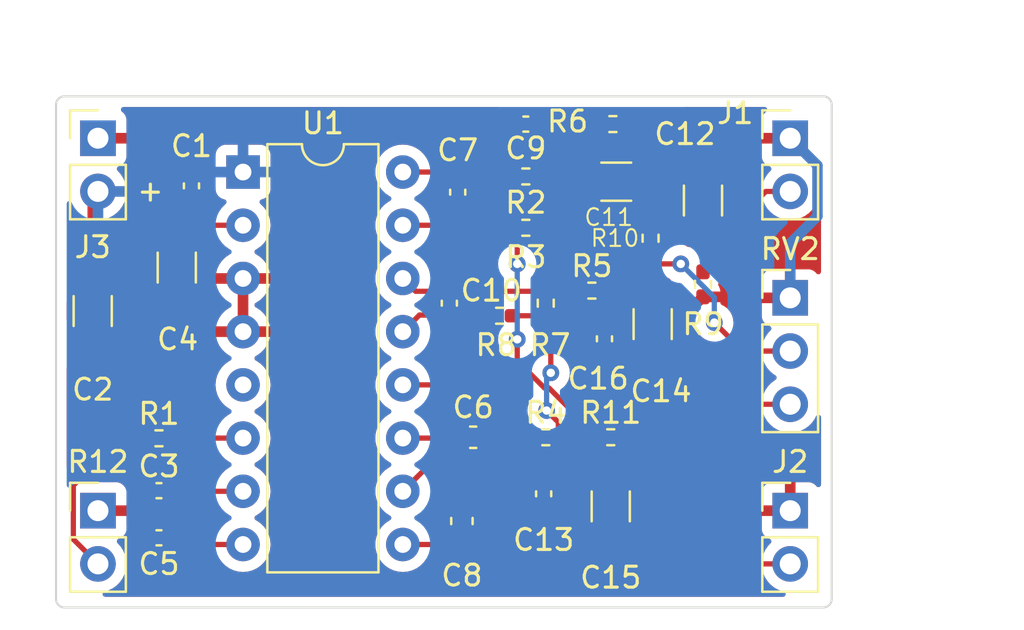
<source format=kicad_pcb>
(kicad_pcb (version 20211014) (generator pcbnew)
  (title_block (title "PT2399delay") (date "2022-08-21") (rev "20220820") (company "Kinoshita Laboratory"))
  (layers (0 "F.Cu" signal) (31 "B.Cu" signal) (34 "B.Paste" user) (35 "F.Paste" user) (36 "B.SilkS" user "B.Silkscreen") (37 "F.SilkS" user "F.Silkscreen") (38 "B.Mask" user) (39 "F.Mask" user) (44 "Edge.Cuts" user))
  (net 0 "")
  (net 1 "GND")
  (net 2 "Net-(C3-Pad2)")
  (net 3 "Net-(C4-Pad2)")
  (net 4 "Net-(C5-Pad2)")
  (net 5 "Net-(C6-Pad1)")
  (net 6 "Net-(C6-Pad2)")
  (net 7 "Net-(C7-Pad1)")
  (net 8 "Net-(C7-Pad2)")
  (net 9 "Net-(C8-Pad1)")
  (net 10 "Net-(C8-Pad2)")
  (net 11 "Net-(C11-Pad2)")
  (net 12 "Net-(C10-Pad1)")
  (net 13 "Net-(C10-Pad2)")
  (net 14 "Net-(C11-Pad1)")
  (net 15 "Net-(C12-Pad1)")
  (net 16 "Net-(C12-Pad2)")
  (net 17 "Net-(C13-Pad2)")
  (net 18 "Net-(C14-Pad1)")
  (net 19 "Net-(C14-Pad2)")
  (net 20 "Net-(C15-Pad1)")
  (net 21 "Net-(C15-Pad2)")
  (net 22 "Net-(R1-Pad1)")
  (net 23 "Net-(R1-Pad2)")
  (net 24 "Net-(R10-Pad1)")
  (net 26 "VCC")
  (footprint "Capacitor_SMD:C_1206_3216Metric_Pad1.33x1.80mm_HandSolder" (layer "F.Cu") (at 79.0625 57 180)
    (fp_text reference "C11" (at 0.3625 -1.7) (layer "F.SilkS") (effects (font (size 0.8 0.8) (thickness 0.1))))
    (fp_text value "4.7u")
    (fp_line (start -0.711252 -0.91) (end 0.711252 -0.91) (layer "F.SilkS") (width 0.12))
    (fp_line (start -0.711252 0.91) (end 0.711252 0.91) (layer "F.SilkS") (width 0.12))
    (pad "1" smd roundrect (at -1.5625 0 180) (size 1.325 1.8) (layers "F.Cu" "F.Paste" "F.Mask") (roundrect_rratio 0.1886792453) (net 14 "Net-(C11-Pad1)"))
    (pad "2" smd roundrect (at 1.5625 0 180) (size 1.325 1.8) (layers "F.Cu" "F.Paste" "F.Mask") (roundrect_rratio 0.1886792453) (net 11 "Net-(C11-Pad2)"))
  )
  (footprint "Capacitor_SMD:C_0402_1005Metric_Pad0.74x0.62mm_HandSolder" (layer "F.Cu") (at 78.5 64.5 -90)
    (fp_text reference "C16" (at 1.9 0.3 180) (layer "F.SilkS"))
    (fp_text value "10n")
    (fp_line (start -0.115835 -0.36) (end 0.115835 -0.36) (layer "F.SilkS") (width 0.12))
    (fp_line (start -0.115835 0.36) (end 0.115835 0.36) (layer "F.SilkS") (width 0.12))
    (pad "1" smd roundrect (at -0.5675 0 270) (size 0.735 0.62) (layers "F.Cu" "F.Paste" "F.Mask") (net 19 "Net-(C14-Pad2)"))
    (pad "2" smd roundrect (at 0.5675 0 270) (size 0.735 0.62) (layers "F.Cu" "F.Paste" "F.Mask") (net 1 "GND"))
  )
  (footprint "Resistor_SMD:R_0402_1005Metric_Pad0.72x0.64mm_HandSolder" (layer "F.Cu") (at 75.7 62.8 -90)
    (fp_text reference "R7" (at 2 -0.2 180) (layer "F.SilkS"))
    (fp_text value "15k")
    (fp_line (start -0.167621 -0.38) (end 0.167621 -0.38) (layer "F.SilkS") (width 0.12))
    (fp_line (start -0.167621 0.38) (end 0.167621 0.38) (layer "F.SilkS") (width 0.12))
    (pad "1" smd roundrect (at -0.5975 0 270) (size 0.715 0.64) (layers "F.Cu" "F.Paste" "F.Mask") (net 13 "Net-(C10-Pad2)"))
    (pad "2" smd roundrect (at 0.5975 0 270) (size 0.715 0.64) (layers "F.Cu" "F.Paste" "F.Mask") (net 17 "Net-(C13-Pad2)"))
  )
  (footprint "Resistor_SMD:R_0402_1005Metric_Pad0.72x0.64mm_HandSolder" (layer "F.Cu") (at 78.9025 54.25)
    (fp_text reference "R6" (at -2.1625 -0.125) (layer "F.SilkS"))
    (fp_text value "15k")
    (fp_line (start -0.167621 0.38) (end 0.167621 0.38) (layer "F.SilkS") (width 0.12))
    (fp_line (start -0.167621 -0.38) (end 0.167621 -0.38) (layer "F.SilkS") (width 0.12))
    (pad "1" smd roundrect (at -0.5975 0) (size 0.715 0.64) (layers "F.Cu" "F.Paste" "F.Mask") (net 11 "Net-(C11-Pad2)"))
    (pad "2" smd roundrect (at 0.5975 0) (size 0.715 0.64) (layers "F.Cu" "F.Paste" "F.Mask") (net 16 "Net-(C12-Pad2)"))
  )
  (footprint "Capacitor_SMD:C_0402_1005Metric_Pad0.74x0.62mm_HandSolder" (layer "F.Cu") (at 71.1 62.8 90)
    (fp_text reference "C10" (at 0.6 2 180) (layer "F.SilkS"))
    (fp_text value "560p")
    (fp_line (start -0.115835 0.36) (end 0.115835 0.36) (layer "F.SilkS") (width 0.12))
    (fp_line (start -0.115835 -0.36) (end 0.115835 -0.36) (layer "F.SilkS") (width 0.12))
    (pad "1" smd roundrect (at -0.5675 0 90) (size 0.735 0.62) (layers "F.Cu" "F.Paste" "F.Mask") (net 12 "Net-(C10-Pad1)"))
    (pad "2" smd roundrect (at 0.5675 0 90) (size 0.735 0.62) (layers "F.Cu" "F.Paste" "F.Mask") (net 13 "Net-(C10-Pad2)"))
  )
  (footprint "Connector_PinHeader_2.54mm:PinHeader_1x03_P2.54mm_Vertical" (layer "F.Cu") (at 87.36 62.545)
    (fp_text reference "RV2" (at 0 -2.33) (layer "F.SilkS"))
    (fp_text value "50k")
    (fp_line (start -1.33 6.41) (end 1.33 6.41) (layer "F.SilkS") (width 0.12))
    (fp_line (start -1.33 1.27) (end 1.33 1.27) (layer "F.SilkS") (width 0.12))
    (fp_line (start -1.33 1.27) (end -1.33 6.41) (layer "F.SilkS") (width 0.12))
    (fp_line (start -1.33 0) (end -1.33 -1.33) (layer "F.SilkS") (width 0.12))
    (fp_line (start -1.33 -1.33) (end 0 -1.33) (layer "F.SilkS") (width 0.12))
    (fp_line (start 1.33 1.27) (end 1.33 6.41) (layer "F.SilkS") (width 0.12))
    (pad "1" thru_hole rect (at 0 0) (size 1.7 1.7) (drill 1) (layers *.Cu *.Mask) (net 1 "GND"))
    (pad "2" thru_hole oval (at 0 2.54) (size 1.7 1.7) (drill 1) (layers *.Cu *.Mask) (net 24 "Net-(R10-Pad1)"))
    (pad "3" thru_hole oval (at 0 5.08) (size 1.7 1.7) (drill 1) (layers *.Cu *.Mask) (net 18 "Net-(C14-Pad1)"))
  )
  (footprint "Connector_PinHeader_2.54mm:PinHeader_1x02_P2.54mm_Vertical" (layer "F.Cu") (at 87.36 72.705)
    (fp_text reference "J2" (at 0 -2.33) (layer "F.SilkS"))
    (fp_text value "Conn_01x02")
    (fp_line (start -1.33 3.87) (end 1.33 3.87) (layer "F.SilkS") (width 0.12))
    (fp_line (start -1.33 1.27) (end 1.33 1.27) (layer "F.SilkS") (width 0.12))
    (fp_line (start 1.33 1.27) (end 1.33 3.87) (layer "F.SilkS") (width 0.12))
    (fp_line (start -1.33 0) (end -1.33 -1.33) (layer "F.SilkS") (width 0.12))
    (fp_line (start -1.33 -1.33) (end 0 -1.33) (layer "F.SilkS") (width 0.12))
    (fp_line (start -1.33 1.27) (end -1.33 3.87) (layer "F.SilkS") (width 0.12))
    (pad "1" thru_hole rect (at 0 0) (size 1.7 1.7) (drill 1) (layers *.Cu *.Mask) (net 1 "GND"))
    (pad "2" thru_hole oval (at 0 2.54) (size 1.7 1.7) (drill 1) (layers *.Cu *.Mask) (net 20 "Net-(C15-Pad1)"))
  )
  (footprint "Capacitor_SMD:C_0402_1005Metric_Pad0.74x0.62mm_HandSolder" (layer "F.Cu") (at 58.8 57.2 90)
    (fp_text reference "C1" (at 1.9 0 180) (layer "F.SilkS"))
    (fp_text value "100n")
    (fp_line (start -0.115835 0.36) (end 0.115835 0.36) (layer "F.SilkS") (width 0.12))
    (fp_line (start -0.115835 -0.36) (end 0.115835 -0.36) (layer "F.SilkS") (width 0.12))
    (pad "1" smd roundrect (at -0.5675 0 90) (size 0.735 0.62) (layers "F.Cu" "F.Paste" "F.Mask") (net 1 "GND"))
    (pad "2" smd roundrect (at 0.5675 0 90) (size 0.735 0.62) (layers "F.Cu" "F.Paste" "F.Mask") (net 26 "VCC"))
  )
  (footprint "Resistor_SMD:R_0402_1005Metric_Pad0.72x0.64mm_HandSolder" (layer "F.Cu") (at 83.2 61.9 90)
    (fp_text reference "R9" (at -1.9 0 180) (layer "F.SilkS"))
    (fp_text value "100k")
    (fp_line (start -0.167621 -0.38) (end 0.167621 -0.38) (layer "F.SilkS") (width 0.12))
    (fp_line (start -0.167621 0.38) (end 0.167621 0.38) (layer "F.SilkS") (width 0.12))
    (pad "1" smd roundrect (at -0.5975 0 90) (size 0.715 0.64) (layers "F.Cu" "F.Paste" "F.Mask") (net 1 "GND"))
    (pad "2" smd roundrect (at 0.5975 0 90) (size 0.715 0.64) (layers "F.Cu" "F.Paste" "F.Mask") (net 15 "Net-(C12-Pad1)"))
  )
  (footprint "Capacitor_SMD:C_1206_3216Metric_Pad1.33x1.80mm_HandSolder" (layer "F.Cu") (at 80.8 63.8 90)
    (fp_text reference "C14" (at -3.2 0.4 180) (layer "F.SilkS"))
    (fp_text value "10u")
    (fp_line (start -0.711252 0.91) (end 0.711252 0.91) (layer "F.SilkS") (width 0.12))
    (fp_line (start -0.711252 -0.91) (end 0.711252 -0.91) (layer "F.SilkS") (width 0.12))
    (pad "1" smd roundrect (at -1.5625 0 90) (size 1.325 1.8) (layers "F.Cu" "F.Paste" "F.Mask") (roundrect_rratio 0.1886792453) (net 18 "Net-(C14-Pad1)"))
    (pad "2" smd roundrect (at 1.5625 0 90) (size 1.325 1.8) (layers "F.Cu" "F.Paste" "F.Mask") (roundrect_rratio 0.1886792453) (net 19 "Net-(C14-Pad2)"))
  )
  (footprint "Resistor_SMD:R_0402_1005Metric_Pad0.72x0.64mm_HandSolder" (layer "F.Cu") (at 78.8 69.2)
    (fp_text reference "R11" (at 0 -1.17) (layer "F.SilkS"))
    (fp_text value "4.7k")
    (fp_line (start -0.167621 -0.38) (end 0.167621 -0.38) (layer "F.SilkS") (width 0.12))
    (fp_line (start -0.167621 0.38) (end 0.167621 0.38) (layer "F.SilkS") (width 0.12))
    (pad "1" smd roundrect (at -0.5975 0) (size 0.715 0.64) (layers "F.Cu" "F.Paste" "F.Mask") (net 7 "Net-(C7-Pad1)"))
    (pad "2" smd roundrect (at 0.5975 0) (size 0.715 0.64) (layers "F.Cu" "F.Paste" "F.Mask") (net 21 "Net-(C15-Pad2)"))
  )
  (footprint "Resistor_SMD:R_0402_1005Metric_Pad0.72x0.64mm_HandSolder" (layer "F.Cu") (at 73.5 63.4)
    (fp_text reference "R8" (at -0.167621 1.4) (layer "F.SilkS"))
    (fp_text value "10k")
    (fp_line (start -0.167621 -0.38) (end 0.167621 -0.38) (layer "F.SilkS") (width 0.12))
    (fp_line (start -0.167621 0.38) (end 0.167621 0.38) (layer "F.SilkS") (width 0.12))
    (pad "1" smd roundrect (at -0.5975 0) (size 0.715 0.64) (layers "F.Cu" "F.Paste" "F.Mask") (net 12 "Net-(C10-Pad1)"))
    (pad "2" smd roundrect (at 0.5975 0) (size 0.715 0.64) (layers "F.Cu" "F.Paste" "F.Mask") (net 17 "Net-(C13-Pad2)"))
  )
  (footprint "Connector_PinHeader_2.54mm:PinHeader_1x02_P2.54mm_Vertical" (layer "F.Cu") (at 87.36 54.925)
    (fp_text reference "J1" (at -2.62 -1.2) (layer "F.SilkS"))
    (fp_text value "Conn_01x02")
    (fp_line (start -1.33 -1.33) (end 0 -1.33) (layer "F.SilkS") (width 0.12))
    (fp_line (start -1.33 1.27) (end 1.33 1.27) (layer "F.SilkS") (width 0.12))
    (fp_line (start -1.33 0) (end -1.33 -1.33) (layer "F.SilkS") (width 0.12))
    (fp_line (start -1.33 1.27) (end -1.33 3.87) (layer "F.SilkS") (width 0.12))
    (fp_line (start -1.33 3.87) (end 1.33 3.87) (layer "F.SilkS") (width 0.12))
    (fp_line (start 1.33 1.27) (end 1.33 3.87) (layer "F.SilkS") (width 0.12))
    (pad "1" thru_hole rect (at 0 0) (size 1.7 1.7) (drill 1) (layers *.Cu *.Mask) (net 1 "GND"))
    (pad "2" thru_hole oval (at 0 2.54) (size 1.7 1.7) (drill 1) (layers *.Cu *.Mask) (net 15 "Net-(C12-Pad1)"))
  )
  (footprint "Capacitor_SMD:C_1206_3216Metric_Pad1.33x1.80mm_HandSolder" (layer "F.Cu") (at 54.09 63.175 -90)
    (fp_text reference "C2" (at 3.75 0 180) (layer "F.SilkS"))
    (fp_text value "100u")
    (fp_line (start -0.711252 0.91) (end 0.711252 0.91) (layer "F.SilkS") (width 0.12))
    (fp_line (start -0.711252 -0.91) (end 0.711252 -0.91) (layer "F.SilkS") (width 0.12))
    (pad "1" smd roundrect (at -1.5625 0 270) (size 1.325 1.8) (layers "F.Cu" "F.Paste" "F.Mask") (roundrect_rratio 0.1886792453) (net 26 "VCC"))
    (pad "2" smd roundrect (at 1.5625 0 270) (size 1.325 1.8) (layers "F.Cu" "F.Paste" "F.Mask") (roundrect_rratio 0.1886792453) (net 1 "GND"))
  )
  (footprint "Capacitor_SMD:C_1206_3216Metric_Pad1.33x1.80mm_HandSolder" (layer "F.Cu") (at 78.8 72.5 90)
    (fp_text reference "C15" (at -3.4 0 180) (layer "F.SilkS"))
    (fp_text value "10u")
    (fp_line (start -0.711252 -0.91) (end 0.711252 -0.91) (layer "F.SilkS") (width 0.12))
    (fp_line (start -0.711252 0.91) (end 0.711252 0.91) (layer "F.SilkS") (width 0.12))
    (pad "1" smd roundrect (at -1.5625 0 90) (size 1.325 1.8) (layers "F.Cu" "F.Paste" "F.Mask") (roundrect_rratio 0.1886792453) (net 20 "Net-(C15-Pad1)"))
    (pad "2" smd roundrect (at 1.5625 0 90) (size 1.325 1.8) (layers "F.Cu" "F.Paste" "F.Mask") (roundrect_rratio 0.1886792453) (net 21 "Net-(C15-Pad2)"))
  )
  (footprint "Package_DIP:DIP-16_W7.62mm" (layer "F.Cu") (at 61.26 56.54)
    (fp_text reference "U1" (at 3.81 -2.33) (layer "F.SilkS"))
    (fp_text value "PT2399")
    (fp_line (start 6.46 19.11) (end 6.46 -1.33) (layer "F.SilkS") (width 0.12))
    (fp_line (start 1.16 19.11) (end 6.46 19.11) (layer "F.SilkS") (width 0.12))
    (fp_line (start 6.46 -1.33) (end 4.81 -1.33) (layer "F.SilkS") (width 0.12))
    (fp_line (start 2.81 -1.33) (end 1.16 -1.33) (layer "F.SilkS") (width 0.12))
    (fp_line (start 1.16 -1.33) (end 1.16 19.11) (layer "F.SilkS") (width 0.12))
    (fp_arc (start 4.81 -1.33) (mid 3.81 -0.33) (end 2.81 -1.33) (layer "F.SilkS") (width 0.12))
    (pad "1" thru_hole rect (at 0 0) (size 1.6 1.6) (drill 0.8) (layers *.Cu *.Mask) (net 26 "VCC"))
    (pad "2" thru_hole oval (at 0 2.54) (size 1.6 1.6) (drill 0.8) (layers *.Cu *.Mask) (net 3 "Net-(C4-Pad2)"))
    (pad "3" thru_hole oval (at 0 5.08) (size 1.6 1.6) (drill 0.8) (layers *.Cu *.Mask) (net 1 "GND"))
    (pad "4" thru_hole oval (at 0 7.62) (size 1.6 1.6) (drill 0.8) (layers *.Cu *.Mask) (net 1 "GND"))
    (pad "5" thru_hole oval (at 0 10.16) (size 1.6 1.6) (drill 0.8) (layers *.Cu *.Mask))
    (pad "6" thru_hole oval (at 0 12.7) (size 1.6 1.6) (drill 0.8) (layers *.Cu *.Mask) (net 23 "Net-(R1-Pad2)"))
    (pad "7" thru_hole oval (at 0 15.24) (size 1.6 1.6) (drill 0.8) (layers *.Cu *.Mask) (net 2 "Net-(C3-Pad2)"))
    (pad "8" thru_hole oval (at 0 17.78) (size 1.6 1.6) (drill 0.8) (layers *.Cu *.Mask) (net 4 "Net-(C5-Pad2)"))
    (pad "9" thru_hole oval (at 7.62 17.78) (size 1.6 1.6) (drill 0.8) (layers *.Cu *.Mask) (net 9 "Net-(C8-Pad1)"))
    (pad "10" thru_hole oval (at 7.62 15.24) (size 1.6 1.6) (drill 0.8) (layers *.Cu *.Mask) (net 10 "Net-(C8-Pad2)"))
    (pad "11" thru_hole oval (at 7.62 12.7) (size 1.6 1.6) (drill 0.8) (layers *.Cu *.Mask) (net 5 "Net-(C6-Pad1)"))
    (pad "12" thru_hole oval (at 7.62 10.16) (size 1.6 1.6) (drill 0.8) (layers *.Cu *.Mask) (net 6 "Net-(C6-Pad2)"))
    (pad "13" thru_hole oval (at 7.62 7.62) (size 1.6 1.6) (drill 0.8) (layers *.Cu *.Mask) (net 12 "Net-(C10-Pad1)"))
    (pad "14" thru_hole oval (at 7.62 5.08) (size 1.6 1.6) (drill 0.8) (layers *.Cu *.Mask) (net 13 "Net-(C10-Pad2)"))
    (pad "15" thru_hole oval (at 7.62 2.54) (size 1.6 1.6) (drill 0.8) (layers *.Cu *.Mask) (net 7 "Net-(C7-Pad1)"))
    (pad "16" thru_hole oval (at 7.62 0) (size 1.6 1.6) (drill 0.8) (layers *.Cu *.Mask) (net 8 "Net-(C7-Pad2)"))
  )
  (footprint "Connector_PinHeader_2.54mm:PinHeader_1x02_P2.54mm_Vertical" (layer "F.Cu") (at 54.34 54.925)
    (fp_text reference "J3" (at -0.25 5.2) (layer "F.SilkS"))
    (fp_text value "Conn_01x02")
    (fp_line (start -1.33 3.87) (end 1.33 3.87) (layer "F.SilkS") (width 0.12))
    (fp_line (start -1.33 1.27) (end -1.33 3.87) (layer "F.SilkS") (width 0.12))
    (fp_line (start -1.33 1.27) (end 1.33 1.27) (layer "F.SilkS") (width 0.12))
    (fp_line (start 1.33 1.27) (end 1.33 3.87) (layer "F.SilkS") (width 0.12))
    (fp_line (start -1.33 0) (end -1.33 -1.33) (layer "F.SilkS") (width 0.12))
    (fp_line (start -1.33 -1.33) (end 0 -1.33) (layer "F.SilkS") (width 0.12))
    (pad "1" thru_hole rect (at 0 0) (size 1.7 1.7) (drill 1) (layers *.Cu *.Mask) (net 1 "GND"))
    (pad "2" thru_hole oval (at 0 2.54) (size 1.7 1.7) (drill 1) (layers *.Cu *.Mask) (net 26 "VCC"))
  )
  (footprint "Capacitor_SMD:C_1206_3216Metric_Pad1.33x1.80mm_HandSolder" (layer "F.Cu") (at 58.1 61.1 90)
    (fp_text reference "C4" (at -3.425 0.04 180) (layer "F.SilkS"))
    (fp_text value "47u")
    (fp_line (start -0.711252 -0.91) (end 0.711252 -0.91) (layer "F.SilkS") (width 0.12))
    (fp_line (start -0.711252 0.91) (end 0.711252 0.91) (layer "F.SilkS") (width 0.12))
    (pad "1" smd roundrect (at -1.5625 0 90) (size 1.325 1.8) (layers "F.Cu" "F.Paste" "F.Mask") (roundrect_rratio 0.1886792453) (net 1 "GND"))
    (pad "2" smd roundrect (at 1.5625 0 90) (size 1.325 1.8) (layers "F.Cu" "F.Paste" "F.Mask") (roundrect_rratio 0.1886792453) (net 3 "Net-(C4-Pad2)"))
  )
  (footprint "Resistor_SMD:R_0402_1005Metric_Pad0.72x0.64mm_HandSolder" (layer "F.Cu") (at 77.9 62.2)
    (fp_text reference "R5" (at 0 -1.17) (layer "F.SilkS"))
    (fp_text value "5.6k")
    (fp_line (start -0.167621 -0.38) (end 0.167621 -0.38) (layer "F.SilkS") (width 0.12))
    (fp_line (start -0.167621 0.38) (end 0.167621 0.38) (layer "F.SilkS") (width 0.12))
    (pad "1" smd roundrect (at -0.5975 0) (size 0.715 0.64) (layers "F.Cu" "F.Paste" "F.Mask") (net 13 "Net-(C10-Pad2)"))
    (pad "2" smd roundrect (at 0.5975 0) (size 0.715 0.64) (layers "F.Cu" "F.Paste" "F.Mask") (net 19 "Net-(C14-Pad2)"))
  )
  (footprint "Resistor_SMD:R_0402_1005Metric_Pad0.72x0.64mm_HandSolder" (layer "F.Cu") (at 75.7025 69.2)
    (fp_text reference "R4" (at 0 -1.17) (layer "F.SilkS"))
    (fp_text value "10k")
    (fp_line (start -0.167621 0.38) (end 0.167621 0.38) (layer "F.SilkS") (width 0.12))
    (fp_line (start -0.167621 -0.38) (end 0.167621 -0.38) (layer "F.SilkS") (width 0.12))
    (pad "1" smd roundrect (at -0.5975 0) (size 0.715 0.64) (layers "F.Cu" "F.Paste" "F.Mask") (net 6 "Net-(C6-Pad2)"))
    (pad "2" smd roundrect (at 0.5975 0) (size 0.715 0.64) (layers "F.Cu" "F.Paste" "F.Mask") (net 17 "Net-(C13-Pad2)"))
  )
  (footprint "Capacitor_SMD:C_0603_1608Metric_Pad1.08x0.95mm_HandSolder" (layer "F.Cu") (at 71.7 73.2 90)
    (fp_text reference "C8" (at -2.6 0 180) (layer "F.SilkS"))
    (fp_text value "82n")
    (fp_line (start -0.146267 -0.51) (end 0.146267 -0.51) (layer "F.SilkS") (width 0.12))
    (fp_line (start -0.146267 0.51) (end 0.146267 0.51) (layer "F.SilkS") (width 0.12))
    (pad "1" smd roundrect (at -0.8625 0 90) (size 1.075 0.95) (layers "F.Cu" "F.Paste" "F.Mask") (net 9 "Net-(C8-Pad1)"))
    (pad "2" smd roundrect (at 0.8625 0 90) (size 1.075 0.95) (layers "F.Cu" "F.Paste" "F.Mask") (net 10 "Net-(C8-Pad2)"))
  )
  (footprint "Capacitor_SMD:C_0402_1005Metric_Pad0.74x0.62mm_HandSolder" (layer "F.Cu") (at 75.6 71.9 90)
    (fp_text reference "C13" (at -2.2 0 180) (layer "F.SilkS"))
    (fp_text value "3.3n")
    (fp_line (start -0.115835 0.36) (end 0.115835 0.36) (layer "F.SilkS") (width 0.12))
    (fp_line (start -0.115835 -0.36) (end 0.115835 -0.36) (layer "F.SilkS") (width 0.12))
    (pad "1" smd roundrect (at -0.5675 0 90) (size 0.735 0.62) (layers "F.Cu" "F.Paste" "F.Mask") (net 1 "GND"))
    (pad "2" smd roundrect (at 0.5675 0 90) (size 0.735 0.62) (layers "F.Cu" "F.Paste" "F.Mask") (net 17 "Net-(C13-Pad2)"))
  )
  (footprint "Resistor_SMD:R_0402_1005Metric_Pad0.72x0.64mm_HandSolder" (layer "F.Cu") (at 74.75 59.2)
    (fp_text reference "R3" (at 0 1.4) (layer "F.SilkS"))
    (fp_text value "10k")
    (fp_line (start -0.167621 0.38) (end 0.167621 0.38) (layer "F.SilkS") (width 0.12))
    (fp_line (start -0.167621 -0.38) (end 0.167621 -0.38) (layer "F.SilkS") (width 0.12))
    (pad "1" smd roundrect (at -0.5975 0) (size 0.715 0.64) (layers "F.Cu" "F.Paste" "F.Mask") (net 7 "Net-(C7-Pad1)"))
    (pad "2" smd roundrect (at 0.5975 0) (size 0.715 0.64) (layers "F.Cu" "F.Paste" "F.Mask") (net 11 "Net-(C11-Pad2)"))
  )
  (footprint "Capacitor_SMD:C_0603_1608Metric_Pad1.08x0.95mm_HandSolder" (layer "F.Cu") (at 72.2375 69.2)
    (fp_text reference "C6" (at 0 -1.43) (layer "F.SilkS"))
    (fp_text value "82n")
    (fp_line (start -0.146267 0.51) (end 0.146267 0.51) (layer "F.SilkS") (width 0.12))
    (fp_line (start -0.146267 -0.51) (end 0.146267 -0.51) (layer "F.SilkS") (width 0.12))
    (pad "1" smd roundrect (at -0.8625 0) (size 1.075 0.95) (layers "F.Cu" "F.Paste" "F.Mask") (net 5 "Net-(C6-Pad1)"))
    (pad "2" smd roundrect (at 0.8625 0) (size 1.075 0.95) (layers "F.Cu" "F.Paste" "F.Mask") (net 6 "Net-(C6-Pad2)"))
  )
  (footprint "Connector_PinHeader_2.54mm:PinHeader_1x02_P2.54mm_Vertical" (layer "F.Cu") (at 54.34 72.705)
    (fp_text reference "R12" (at 0 -2.33) (layer "F.SilkS"))
    (fp_text value "50k")
    (fp_line (start -1.33 1.27) (end -1.33 3.87) (layer "F.SilkS") (width 0.12))
    (fp_line (start -1.33 0) (end -1.33 -1.33) (layer "F.SilkS") (width 0.12))
    (fp_line (start 1.33 1.27) (end 1.33 3.87) (layer "F.SilkS") (width 0.12))
    (fp_line (start -1.33 3.87) (end 1.33 3.87) (layer "F.SilkS") (width 0.12))
    (fp_line (start -1.33 1.27) (end 1.33 1.27) (layer "F.SilkS") (width 0.12))
    (fp_line (start -1.33 -1.33) (end 0 -1.33) (layer "F.SilkS") (width 0.12))
    (pad "1" thru_hole rect (at 0 0) (size 1.7 1.7) (drill 1) (layers *.Cu *.Mask) (net 1 "GND"))
    (pad "2" thru_hole oval (at 0 2.54) (size 1.7 1.7) (drill 1) (layers *.Cu *.Mask) (net 22 "Net-(R1-Pad1)"))
  )
  (footprint "Resistor_SMD:R_0402_1005Metric_Pad0.72x0.64mm_HandSolder" (layer "F.Cu") (at 74.75 56.75)
    (fp_text reference "R2" (at 0 1.25) (layer "F.SilkS"))
    (fp_text value "10k")
    (fp_line (start -0.167621 0.38) (end 0.167621 0.38) (layer "F.SilkS") (width 0.12))
    (fp_line (start -0.167621 -0.38) (end 0.167621 -0.38) (layer "F.SilkS") (width 0.12))
    (pad "1" smd roundrect (at -0.5975 0) (size 0.715 0.64) (layers "F.Cu" "F.Paste" "F.Mask") (net 8 "Net-(C7-Pad2)"))
    (pad "2" smd roundrect (at 0.5975 0) (size 0.715 0.64) (layers "F.Cu" "F.Paste" "F.Mask") (net 11 "Net-(C11-Pad2)"))
  )
  (footprint "Resistor_SMD:R_0402_1005Metric_Pad0.72x0.64mm_HandSolder" (layer "F.Cu") (at 80.7 59.7 90)
    (fp_text reference "R10" (at 0 -1.7 180) (layer "F.SilkS") (effects (font (size 0.8 0.8) (thickness 0.1))))
    (fp_text value "10k")
    (fp_line (start -0.167621 0.38) (end 0.167621 0.38) (layer "F.SilkS") (width 0.12))
    (fp_line (start -0.167621 -0.38) (end 0.167621 -0.38) (layer "F.SilkS") (width 0.12))
    (pad "1" smd roundrect (at -0.5975 0 90) (size 0.715 0.64) (layers "F.Cu" "F.Paste" "F.Mask") (net 24 "Net-(R10-Pad1)"))
    (pad "2" smd roundrect (at 0.5975 0 90) (size 0.715 0.64) (layers "F.Cu" "F.Paste" "F.Mask") (net 14 "Net-(C11-Pad1)"))
  )
  (footprint "Capacitor_SMD:C_0402_1005Metric_Pad0.74x0.62mm_HandSolder" (layer "F.Cu") (at 74.75 54.25 180)
    (fp_text reference "C9" (at 0 -1.16) (layer "F.SilkS"))
    (fp_text value "3.9n")
    (fp_line (start -0.115835 -0.36) (end 0.115835 -0.36) (layer "F.SilkS") (width 0.12))
    (fp_line (start -0.115835 0.36) (end 0.115835 0.36) (layer "F.SilkS") (width 0.12))
    (pad "1" smd roundrect (at -0.5675 0 180) (size 0.735 0.62) (layers "F.Cu" "F.Paste" "F.Mask") (net 11 "Net-(C11-Pad2)"))
    (pad "2" smd roundrect (at 0.5675 0 180) (size 0.735 0.62) (layers "F.Cu" "F.Paste" "F.Mask") (net 1 "GND"))
  )
  (footprint "Capacitor_SMD:C_0402_1005Metric_Pad0.74x0.62mm_HandSolder" (layer "F.Cu") (at 71.5 57.5 90)
    (fp_text reference "C7" (at 2 0 180) (layer "F.SilkS"))
    (fp_text value "560p")
    (fp_line (start -0.115835 0.36) (end 0.115835 0.36) (layer "F.SilkS") (width 0.12))
    (fp_line (start -0.115835 -0.36) (end 0.115835 -0.36) (layer "F.SilkS") (width 0.12))
    (pad "1" smd roundrect (at -0.5675 0 90) (size 0.735 0.62) (layers "F.Cu" "F.Paste" "F.Mask") (net 7 "Net-(C7-Pad1)"))
    (pad "2" smd roundrect (at 0.5675 0 90) (size 0.735 0.62) (layers "F.Cu" "F.Paste" "F.Mask") (net 8 "Net-(C7-Pad2)"))
  )
  (footprint "Capacitor_SMD:C_0402_1005Metric_Pad0.74x0.62mm_HandSolder" (layer "F.Cu") (at 57.25 74)
    (fp_text reference "C5" (at 0 1.25) (layer "F.SilkS"))
    (fp_text value "100n")
    (fp_line (start -0.115835 0.36) (end 0.115835 0.36) (layer "F.SilkS") (width 0.12))
    (fp_line (start -0.115835 -0.36) (end 0.115835 -0.36) (layer "F.SilkS") (width 0.12))
    (pad "1" smd roundrect (at -0.5675 0) (size 0.735 0.62) (layers "F.Cu" "F.Paste" "F.Mask") (net 1 "GND"))
    (pad "2" smd roundrect (at 0.5675 0) (size 0.735 0.62) (layers "F.Cu" "F.Paste" "F.Mask") (net 4 "Net-(C5-Pad2)"))
  )
  (footprint "Capacitor_SMD:C_0402_1005Metric_Pad0.74x0.62mm_HandSolder" (layer "F.Cu") (at 57.25 71.75)
    (fp_text reference "C3" (at 0 -1.16) (layer "F.SilkS"))
    (fp_text value "100n")
    (fp_line (start -0.115835 0.36) (end 0.115835 0.36) (layer "F.SilkS") (width 0.12))
    (fp_line (start -0.115835 -0.36) (end 0.115835 -0.36) (layer "F.SilkS") (width 0.12))
    (pad "1" smd roundrect (at -0.5675 0) (size 0.735 0.62) (layers "F.Cu" "F.Paste" "F.Mask") (net 1 "GND"))
    (pad "2" smd roundrect (at 0.5675 0) (size 0.735 0.62) (layers "F.Cu" "F.Paste" "F.Mask") (net 2 "Net-(C3-Pad2)"))
  )
  (footprint "Capacitor_SMD:C_1206_3216Metric_Pad1.33x1.80mm_HandSolder" (layer "F.Cu") (at 83.2 57.9 90)
    (fp_text reference "C12" (at 3.175 -0.86 180) (layer "F.SilkS"))
    (fp_text value "4.7u")
    (fp_line (start -0.711252 -0.91) (end 0.711252 -0.91) (layer "F.SilkS") (width 0.12))
    (fp_line (start -0.711252 0.91) (end 0.711252 0.91) (layer "F.SilkS") (width 0.12))
    (pad "1" smd roundrect (at -1.5625 0 90) (size 1.325 1.8) (layers "F.Cu" "F.Paste" "F.Mask") (roundrect_rratio 0.1886792453) (net 15 "Net-(C12-Pad1)"))
    (pad "2" smd roundrect (at 1.5625 0 90) (size 1.325 1.8) (layers "F.Cu" "F.Paste" "F.Mask") (roundrect_rratio 0.1886792453) (net 16 "Net-(C12-Pad2)"))
  )
  (footprint "Resistor_SMD:R_0402_1005Metric_Pad0.72x0.64mm_HandSolder" (layer "F.Cu") (at 57.25 69.25)
    (fp_text reference "R1" (at 0 -1.17) (layer "F.SilkS"))
    (fp_text value "1k")
    (fp_line (start -0.167621 -0.38) (end 0.167621 -0.38) (layer "F.SilkS") (width 0.12))
    (fp_line (start -0.167621 0.38) (end 0.167621 0.38) (layer "F.SilkS") (width 0.12))
    (pad "1" smd roundrect (at -0.5975 0) (size 0.715 0.64) (layers "F.Cu" "F.Paste" "F.Mask") (net 22 "Net-(R1-Pad1)"))
    (pad "2" smd roundrect (at 0.5975 0) (size 0.715 0.64) (layers "F.Cu" "F.Paste" "F.Mask") (net 23 "Net-(R1-Pad2)"))
  )
  (gr_line (start 88.94 77.325) (end 64.74 77.325) (layer "Edge.Cuts") (width 0.1))
  (gr_line (start 64.74 77.325) (end 52.74 77.325) (layer "Edge.Cuts") (width 0.1))
  (gr_line (start 52.74 52.925) (end 88.94 52.925) (layer "Edge.Cuts") (width 0.1))
  (gr_arc (start 52.34 53.325) (mid 52.457157 53.042157) (end 52.74 52.925) (layer "Edge.Cuts") (width 0.1))
  (gr_arc (start 89.34 76.925) (mid 89.222843 77.207843) (end 88.94 77.325) (layer "Edge.Cuts") (width 0.1))
  (gr_arc (start 88.94 52.925) (mid 89.222843 53.042157) (end 89.34 53.325) (layer "Edge.Cuts") (width 0.1))
  (gr_arc (start 52.74 77.325) (mid 52.457157 77.207843) (end 52.34 76.925) (layer "Edge.Cuts") (width 0.1))
  (gr_line (start 52.34 76.925) (end 52.34 53.325) (layer "Edge.Cuts") (width 0.1))
  (gr_line (start 89.34 53.325) (end 89.34 76.925) (layer "Edge.Cuts") (width 0.1))
  (gr_text "+" (at 56.84 57.425) (layer "F.SilkS") (effects (font (size 1 1))))
  (segment (start 82.34798 63.34952) (end 83.2 62.4975) (width 0.5) (layer "F.Cu") (net 1))
  (segment (start 78.58742 65.0675) (end 80.3054 63.34952) (width 0.5) (layer "F.Cu") (net 1))
  (segment (start 80.3054 63.34952) (end 82.34798 63.34952) (width 0.5) (layer "F.Cu") (net 1))
  (segment (start 78.5 65.0675) (end 78.58742 65.0675) (width 0.5) (layer "F.Cu") (net 1))
  (segment (start 87.36 59.945) (end 88.659511 58.645489) (width 0.5) (layer "B.Cu") (net 1))
  (segment (start 88.659511 58.645489) (end 88.659511 56.224511) (width 0.5) (layer "B.Cu") (net 1))
  (segment (start 87.36 62.545) (end 87.36 59.945) (width 0.5) (layer "B.Cu") (net 1))
  (segment (start 88.659511 56.224511) (end 87.36 54.925) (width 0.5) (layer "B.Cu") (net 1))
  (segment (start 57.8475 71.78) (end 61.26 71.78) (width 0.25) (layer "F.Cu") (net 2))
  (segment (start 57.8175 71.75) (end 57.8475 71.78) (width 0.25) (layer "F.Cu") (net 2))
  (segment (start 58.5575 59.08) (end 58.1 59.5375) (width 0.25) (layer "F.Cu") (net 3))
  (segment (start 61.26 59.08) (end 58.5575 59.08) (width 0.25) (layer "F.Cu") (net 3))
  (segment (start 58.1375 74.32) (end 61.26 74.32) (width 0.25) (layer "F.Cu") (net 4))
  (segment (start 57.8175 74) (end 58.1375 74.32) (width 0.25) (layer "F.Cu") (net 4))
  (segment (start 71.375 69.2) (end 71.335 69.24) (width 0.25) (layer "F.Cu") (net 5))
  (segment (start 71.335 69.24) (end 68.88 69.24) (width 0.25) (layer "F.Cu") (net 5))
  (segment (start 73.1 69.2) (end 75.105 69.2) (width 0.25) (layer "F.Cu") (net 6))
  (segment (start 73.1 68.285) (end 73.1 69.2) (width 0.25) (layer "F.Cu") (net 6))
  (segment (start 68.88 66.7) (end 71.515 66.7) (width 0.25) (layer "F.Cu") (net 6))
  (segment (start 71.515 66.7) (end 73.1 68.285) (width 0.25) (layer "F.Cu") (net 6))
  (segment (start 75.639901 66.849501) (end 74.34 65.5496) (width 0.25) (layer "F.Cu") (net 7))
  (segment (start 75.852001 66.849501) (end 75.639901 66.849501) (width 0.25) (layer "F.Cu") (net 7))
  (segment (start 68.88 59.08) (end 70.4875 59.08) (width 0.25) (layer "F.Cu") (net 7))
  (segment (start 73.215 59.2) (end 72.0825 58.0675) (width 0.25) (layer "F.Cu") (net 7))
  (segment (start 74.1525 59.2) (end 73.215 59.2) (width 0.25) (layer "F.Cu") (net 7))
  (segment (start 74.34 59.3875) (end 74.1525 59.2) (width 0.25) (layer "F.Cu") (net 7))
  (segment (start 74.34 65.5496) (end 74.34 64.525) (width 0.25) (layer "F.Cu") (net 7))
  (segment (start 72.0825 58.0675) (end 71.5 58.0675) (width 0.25) (layer "F.Cu") (net 7))
  (segment (start 78.2025 69.2) (end 75.852001 66.849501) (width 0.25) (layer "F.Cu") (net 7))
  (segment (start 70.4875 59.08) (end 71.5 58.0675) (width 0.25) (layer "F.Cu") (net 7))
  (segment (start 74.34 60.925) (end 74.34 59.3875) (width 0.25) (layer "F.Cu") (net 7))
  (via (at 74.34 60.925) (size 0.8) (drill 0.4) (layers "F.Cu" "B.Cu") (net 7))
  (via (at 74.34 64.525) (size 0.8) (drill 0.4) (layers "F.Cu" "B.Cu") (net 7))
  (segment (start 74.34 64.525) (end 74.34 60.925) (width 0.25) (layer "B.Cu") (net 7))
  (segment (start 73.315 56.75) (end 73.14 56.925) (width 0.25) (layer "F.Cu") (net 8))
  (segment (start 73.14 56.925) (end 71.5075 56.925) (width 0.25) (layer "F.Cu") (net 8))
  (segment (start 71.1075 56.54) (end 71.5 56.9325) (width 0.25) (layer "F.Cu") (net 8))
  (segment (start 71.5075 56.925) (end 71.5 56.9325) (width 0.25) (layer "F.Cu") (net 8))
  (segment (start 68.88 56.54) (end 71.1075 56.54) (width 0.25) (layer "F.Cu") (net 8))
  (segment (start 74.1525 56.75) (end 73.315 56.75) (width 0.25) (layer "F.Cu") (net 8))
  (segment (start 71.7 74.0625) (end 71.4425 74.32) (width 0.25) (layer "F.Cu") (net 9))
  (segment (start 71.4425 74.32) (end 68.88 74.32) (width 0.25) (layer "F.Cu") (net 9))
  (segment (start 71.7 72.3375) (end 71.7 71.685) (width 0.25) (layer "F.Cu") (net 10))
  (segment (start 71.7 71.685) (end 70.74 70.725) (width 0.25) (layer "F.Cu") (net 10))
  (segment (start 69.935 70.725) (end 68.88 71.78) (width 0.25) (layer "F.Cu") (net 10))
  (segment (start 70.74 70.725) (end 69.935 70.725) (width 0.25) (layer "F.Cu") (net 10))
  (segment (start 75.3175 54.25) (end 75.3175 56.72) (width 0.25) (layer "F.Cu") (net 11))
  (segment (start 77.5 54.365) (end 77.5 57) (width 0.25) (layer "F.Cu") (net 11))
  (segment (start 75.3475 56.75) (end 75.3475 59.2) (width 0.25) (layer "F.Cu") (net 11))
  (segment (start 75.3475 56.75) (end 77.25 56.75) (width 0.25) (layer "F.Cu") (net 11))
  (segment (start 78.305 54.25) (end 77.615 54.25) (width 0.25) (layer "F.Cu") (net 11))
  (segment (start 77.615 54.25) (end 77.5 54.365) (width 0.25) (layer "F.Cu") (net 11))
  (segment (start 75.3175 56.72) (end 75.3475 56.75) (width 0.25) (layer "F.Cu") (net 11))
  (segment (start 77.25 56.75) (end 77.5 57) (width 0.25) (layer "F.Cu") (net 11))
  (segment (start 72.87 63.3675) (end 72.9025 63.4) (width 0.25) (layer "F.Cu") (net 12))
  (segment (start 71.1 63.3675) (end 69.6725 63.3675) (width 0.25) (layer "F.Cu") (net 12))
  (segment (start 71.1 63.3675) (end 72.87 63.3675) (width 0.25) (layer "F.Cu") (net 12))
  (segment (start 69.6725 63.3675) (end 68.88 64.16) (width 0.25) (layer "F.Cu") (net 12))
  (segment (start 75.7 62.2025) (end 77.3 62.2025) (width 0.25) (layer "F.Cu") (net 13))
  (segment (start 75.67 62.2325) (end 75.7 62.2025) (width 0.25) (layer "F.Cu") (net 13))
  (segment (start 71.1 62.2325) (end 69.4925 62.2325) (width 0.25) (layer "F.Cu") (net 13))
  (segment (start 77.3 62.2025) (end 77.3025 62.2) (width 0.25) (layer "F.Cu") (net 13))
  (segment (start 69.4925 62.2325) (end 68.88 61.62) (width 0.25) (layer "F.Cu") (net 13))
  (segment (start 71.1 62.2325) (end 75.67 62.2325) (width 0.25) (layer "F.Cu") (net 13))
  (segment (start 80.7 57.075) (end 80.625 57) (width 0.25) (layer "F.Cu") (net 14))
  (segment (start 80.7 59.1025) (end 80.7 57.075) (width 0.25) (layer "F.Cu") (net 14))
  (segment (start 83.2 59.4625) (end 83.2 61.3025) (width 0.25) (layer "F.Cu") (net 15))
  (segment (start 84.2025 59.4625) (end 86.2 57.465) (width 0.25) (layer "F.Cu") (net 15))
  (segment (start 86.2 57.465) (end 87.36 57.465) (width 0.25) (layer "F.Cu") (net 15))
  (segment (start 83.2 59.4625) (end 84.2025 59.4625) (width 0.25) (layer "F.Cu") (net 15))
  (segment (start 82.065 54.25) (end 83.2 55.385) (width 0.25) (layer "F.Cu") (net 16))
  (segment (start 79.5 54.25) (end 82.065 54.25) (width 0.25) (layer "F.Cu") (net 16))
  (segment (start 83.2 55.385) (end 83.2 56.3375) (width 0.25) (layer "F.Cu") (net 16))
  (segment (start 74.0975 63.4) (end 75.6975 63.4) (width 0.25) (layer "F.Cu") (net 17))
  (segment (start 76.3 69.2) (end 76.3 68.485) (width 0.25) (layer "F.Cu") (net 17))
  (segment (start 75.6975 63.4) (end 75.7 63.3975) (width 0.25) (layer "F.Cu") (net 17))
  (segment (start 75.94 66.125) (end 75.94 63.6375) (width 0.25) (layer "F.Cu") (net 17))
  (segment (start 75.94 63.6375) (end 75.7 63.3975) (width 0.25) (layer "F.Cu") (net 17))
  (segment (start 76.34 70.325) (end 76.34 69.24) (width 0.25) (layer "F.Cu") (net 17))
  (segment (start 76.34 69.24) (end 76.3 69.2) (width 0.25) (layer "F.Cu") (net 17))
  (segment (start 75.6 71.065) (end 76.34 70.325) (width 0.25) (layer "F.Cu") (net 17))
  (segment (start 75.6 71.3325) (end 75.6 71.065) (width 0.25) (layer "F.Cu") (net 17))
  (segment (start 76.3 68.485) (end 75.74 67.925) (width 0.25) (layer "F.Cu") (net 17))
  (via (at 75.94 66.125) (size 0.8) (drill 0.4) (layers "F.Cu" "B.Cu") (net 17))
  (via (at 75.74 67.925) (size 0.8) (drill 0.4) (layers "F.Cu" "B.Cu") (net 17))
  (segment (start 75.74 66.325) (end 75.94 66.125) (width 0.25) (layer "B.Cu") (net 17))
  (segment (start 75.74 67.925) (end 75.74 66.325) (width 0.25) (layer "B.Cu") (net 17))
  (segment (start 80.8 65.3625) (end 83.0625 67.625) (width 0.25) (layer "F.Cu") (net 18))
  (segment (start 83.0625 67.625) (end 87.36 67.625) (width 0.25) (layer "F.Cu") (net 18))
  (segment (start 78.5 63.9325) (end 78.5 62.2025) (width 0.25) (layer "F.Cu") (net 19))
  (segment (start 78.4975 62.2) (end 80.7625 62.2) (width 0.25) (layer "F.Cu") (net 19))
  (segment (start 80.7625 62.2) (end 80.8 62.2375) (width 0.25) (layer "F.Cu") (net 19))
  (segment (start 78.5 62.2025) (end 78.4975 62.2) (width 0.25) (layer "F.Cu") (net 19))
  (segment (start 83.34 73.725) (end 79.1375 73.725) (width 0.25) (layer "F.Cu") (net 20))
  (segment (start 87.36 75.245) (end 84.86 75.245) (width 0.25) (layer "F.Cu") (net 20))
  (segment (start 79.1375 73.725) (end 78.8 74.0625) (width 0.25) (layer "F.Cu") (net 20))
  (segment (start 84.86 75.245) (end 83.34 73.725) (width 0.25) (layer "F.Cu") (net 20))
  (segment (start 78.8 69.7975) (end 79.3975 69.2) (width 0.25) (layer "F.Cu") (net 21))
  (segment (start 78.8 70.9375) (end 78.8 69.7975) (width 0.25) (layer "F.Cu") (net 21))
  (segment (start 55.415 69.25) (end 56.6525 69.25) (width 0.25) (layer "F.Cu") (net 22))
  (segment (start 54.34 75.245) (end 53.165489 74.070489) (width 0.25) (layer "F.Cu") (net 22))
  (segment (start 53.165489 74.070489) (end 53.165489 71.499511) (width 0.25) (layer "F.Cu") (net 22))
  (segment (start 53.165489 71.499511) (end 55.415 69.25) (width 0.25) (layer "F.Cu") (net 22))
  (segment (start 57.8475 69.25) (end 57.8575 69.24) (width 0.25) (layer "F.Cu") (net 23))
  (segment (start 57.8575 69.24) (end 61.26 69.24) (width 0.25) (layer "F.Cu") (net 23))
  (segment (start 80.7 60.2975) (end 80.5675 60.2975) (width 0.25) (layer "F.Cu") (net 24))
  (segment (start 83.74 63.725) (end 85.1 65.085) (width 0.25) (layer "F.Cu") (net 24))
  (segment (start 81.195 60.925) (end 82.14 60.925) (width 0.25) (layer "F.Cu") (net 24))
  (segment (start 85.1 65.085) (end 87.36 65.085) (width 0.25) (layer "F.Cu") (net 24))
  (segment (start 80.5675 60.2975) (end 81.195 60.925) (width 0.25) (layer "F.Cu") (net 24))
  (via (at 82.14 60.925) (size 0.8) (drill 0.4) (layers "F.Cu" "B.Cu") (net 24))
  (via (at 83.74 63.725) (size 0.8) (drill 0.4) (layers "F.Cu" "B.Cu") (net 24))
  (segment (start 82.14 60.925) (end 83.74 62.525) (width 0.25) (layer "B.Cu") (net 24))
  (segment (start 83.74 62.525) (end 83.74 63.725) (width 0.25) (layer "B.Cu") (net 24))
  (segment (start 54.09 57.715) (end 54.34 57.465) (width 0.5) (layer "F.Cu") (net 26))
  (segment (start 61.26 56.54) (end 58.8925 56.54) (width 0.25) (layer "F.Cu") (net 26))
  (segment (start 58.8925 56.54) (end 58.8 56.6325) (width 0.25) (layer "F.Cu") (net 26))
  (segment (start 54.09 61.6125) (end 54.09 57.715) (width 0.5) (layer "F.Cu") (net 26))
  (zone (net 1) (net_name "GND") (layer "F.Cu") (connect_pads (clearance 0.508)) (min_thickness 0.254) (fill yes (thermal_gap 0.508) (thermal_bridge_width 0.508))
    (polygon (pts (xy 89.34 77.325) (xy 52.34 77.325) (xy 52.34 52.925) (xy 89.34 52.925)))
  )
  (zone (net 26) (net_name "VCC") (layer "B.Cu") (connect_pads (clearance 0.508)) (min_thickness 0.254) (fill yes (thermal_gap 0.508) (thermal_bridge_width 0.508))
    (polygon (pts (xy 89.34 77.325) (xy 52.34 77.325) (xy 52.34 52.925) (xy 89.34 52.925)))
  )
)
</source>
